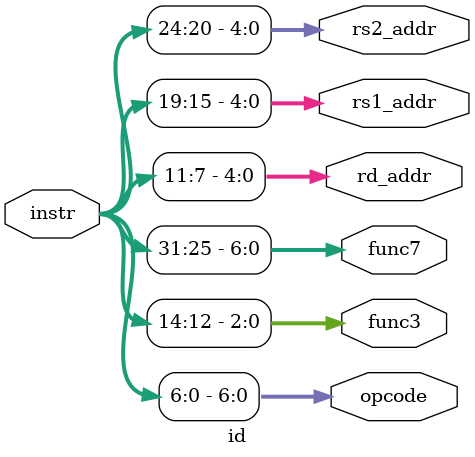
<source format=v>
module id (
    input [31:0]instr,

    output [6:0] opcode,
    output [2: 0] func3,
    output [6: 0] func7,
    output [4: 0] rd_addr,
    output [4: 0] rs1_addr,
    output [4: 0] rs2_addr
  );

  assign  opcode  = instr[6:0];
  assign  rs1_addr = instr[19:15];
  assign  rs2_addr = instr[24:20];
  assign  rd_addr  = instr[11:7];
  assign  func3  = instr[14:12];
  assign  func7  = instr[31:25];

endmodule //encode

</source>
